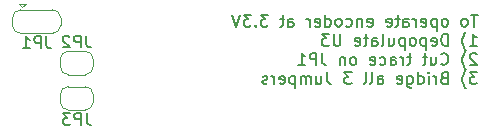
<source format=gbr>
%TF.GenerationSoftware,KiCad,Pcbnew,7.0.2-0*%
%TF.CreationDate,2023-12-18T16:01:05-05:00*%
%TF.ProjectId,AirCar-Proto,41697243-6172-42d5-9072-6f746f2e6b69,rev?*%
%TF.SameCoordinates,Original*%
%TF.FileFunction,Legend,Bot*%
%TF.FilePolarity,Positive*%
%FSLAX46Y46*%
G04 Gerber Fmt 4.6, Leading zero omitted, Abs format (unit mm)*
G04 Created by KiCad (PCBNEW 7.0.2-0) date 2023-12-18 16:01:05*
%MOMM*%
%LPD*%
G01*
G04 APERTURE LIST*
%ADD10C,0.150000*%
%ADD11C,0.120000*%
G04 APERTURE END LIST*
D10*
X142724761Y-81587619D02*
X142153333Y-81587619D01*
X142439047Y-82587619D02*
X142439047Y-81587619D01*
X141677142Y-82587619D02*
X141772380Y-82540000D01*
X141772380Y-82540000D02*
X141819999Y-82492380D01*
X141819999Y-82492380D02*
X141867618Y-82397142D01*
X141867618Y-82397142D02*
X141867618Y-82111428D01*
X141867618Y-82111428D02*
X141819999Y-82016190D01*
X141819999Y-82016190D02*
X141772380Y-81968571D01*
X141772380Y-81968571D02*
X141677142Y-81920952D01*
X141677142Y-81920952D02*
X141534285Y-81920952D01*
X141534285Y-81920952D02*
X141439047Y-81968571D01*
X141439047Y-81968571D02*
X141391428Y-82016190D01*
X141391428Y-82016190D02*
X141343809Y-82111428D01*
X141343809Y-82111428D02*
X141343809Y-82397142D01*
X141343809Y-82397142D02*
X141391428Y-82492380D01*
X141391428Y-82492380D02*
X141439047Y-82540000D01*
X141439047Y-82540000D02*
X141534285Y-82587619D01*
X141534285Y-82587619D02*
X141677142Y-82587619D01*
X140010475Y-82587619D02*
X140105713Y-82540000D01*
X140105713Y-82540000D02*
X140153332Y-82492380D01*
X140153332Y-82492380D02*
X140200951Y-82397142D01*
X140200951Y-82397142D02*
X140200951Y-82111428D01*
X140200951Y-82111428D02*
X140153332Y-82016190D01*
X140153332Y-82016190D02*
X140105713Y-81968571D01*
X140105713Y-81968571D02*
X140010475Y-81920952D01*
X140010475Y-81920952D02*
X139867618Y-81920952D01*
X139867618Y-81920952D02*
X139772380Y-81968571D01*
X139772380Y-81968571D02*
X139724761Y-82016190D01*
X139724761Y-82016190D02*
X139677142Y-82111428D01*
X139677142Y-82111428D02*
X139677142Y-82397142D01*
X139677142Y-82397142D02*
X139724761Y-82492380D01*
X139724761Y-82492380D02*
X139772380Y-82540000D01*
X139772380Y-82540000D02*
X139867618Y-82587619D01*
X139867618Y-82587619D02*
X140010475Y-82587619D01*
X139248570Y-81920952D02*
X139248570Y-82920952D01*
X139248570Y-81968571D02*
X139153332Y-81920952D01*
X139153332Y-81920952D02*
X138962856Y-81920952D01*
X138962856Y-81920952D02*
X138867618Y-81968571D01*
X138867618Y-81968571D02*
X138819999Y-82016190D01*
X138819999Y-82016190D02*
X138772380Y-82111428D01*
X138772380Y-82111428D02*
X138772380Y-82397142D01*
X138772380Y-82397142D02*
X138819999Y-82492380D01*
X138819999Y-82492380D02*
X138867618Y-82540000D01*
X138867618Y-82540000D02*
X138962856Y-82587619D01*
X138962856Y-82587619D02*
X139153332Y-82587619D01*
X139153332Y-82587619D02*
X139248570Y-82540000D01*
X137962856Y-82540000D02*
X138058094Y-82587619D01*
X138058094Y-82587619D02*
X138248570Y-82587619D01*
X138248570Y-82587619D02*
X138343808Y-82540000D01*
X138343808Y-82540000D02*
X138391427Y-82444761D01*
X138391427Y-82444761D02*
X138391427Y-82063809D01*
X138391427Y-82063809D02*
X138343808Y-81968571D01*
X138343808Y-81968571D02*
X138248570Y-81920952D01*
X138248570Y-81920952D02*
X138058094Y-81920952D01*
X138058094Y-81920952D02*
X137962856Y-81968571D01*
X137962856Y-81968571D02*
X137915237Y-82063809D01*
X137915237Y-82063809D02*
X137915237Y-82159047D01*
X137915237Y-82159047D02*
X138391427Y-82254285D01*
X137486665Y-82587619D02*
X137486665Y-81920952D01*
X137486665Y-82111428D02*
X137439046Y-82016190D01*
X137439046Y-82016190D02*
X137391427Y-81968571D01*
X137391427Y-81968571D02*
X137296189Y-81920952D01*
X137296189Y-81920952D02*
X137200951Y-81920952D01*
X136439046Y-82587619D02*
X136439046Y-82063809D01*
X136439046Y-82063809D02*
X136486665Y-81968571D01*
X136486665Y-81968571D02*
X136581903Y-81920952D01*
X136581903Y-81920952D02*
X136772379Y-81920952D01*
X136772379Y-81920952D02*
X136867617Y-81968571D01*
X136439046Y-82540000D02*
X136534284Y-82587619D01*
X136534284Y-82587619D02*
X136772379Y-82587619D01*
X136772379Y-82587619D02*
X136867617Y-82540000D01*
X136867617Y-82540000D02*
X136915236Y-82444761D01*
X136915236Y-82444761D02*
X136915236Y-82349523D01*
X136915236Y-82349523D02*
X136867617Y-82254285D01*
X136867617Y-82254285D02*
X136772379Y-82206666D01*
X136772379Y-82206666D02*
X136534284Y-82206666D01*
X136534284Y-82206666D02*
X136439046Y-82159047D01*
X136105712Y-81920952D02*
X135724760Y-81920952D01*
X135962855Y-81587619D02*
X135962855Y-82444761D01*
X135962855Y-82444761D02*
X135915236Y-82540000D01*
X135915236Y-82540000D02*
X135819998Y-82587619D01*
X135819998Y-82587619D02*
X135724760Y-82587619D01*
X135010474Y-82540000D02*
X135105712Y-82587619D01*
X135105712Y-82587619D02*
X135296188Y-82587619D01*
X135296188Y-82587619D02*
X135391426Y-82540000D01*
X135391426Y-82540000D02*
X135439045Y-82444761D01*
X135439045Y-82444761D02*
X135439045Y-82063809D01*
X135439045Y-82063809D02*
X135391426Y-81968571D01*
X135391426Y-81968571D02*
X135296188Y-81920952D01*
X135296188Y-81920952D02*
X135105712Y-81920952D01*
X135105712Y-81920952D02*
X135010474Y-81968571D01*
X135010474Y-81968571D02*
X134962855Y-82063809D01*
X134962855Y-82063809D02*
X134962855Y-82159047D01*
X134962855Y-82159047D02*
X135439045Y-82254285D01*
X133391426Y-82540000D02*
X133486664Y-82587619D01*
X133486664Y-82587619D02*
X133677140Y-82587619D01*
X133677140Y-82587619D02*
X133772378Y-82540000D01*
X133772378Y-82540000D02*
X133819997Y-82444761D01*
X133819997Y-82444761D02*
X133819997Y-82063809D01*
X133819997Y-82063809D02*
X133772378Y-81968571D01*
X133772378Y-81968571D02*
X133677140Y-81920952D01*
X133677140Y-81920952D02*
X133486664Y-81920952D01*
X133486664Y-81920952D02*
X133391426Y-81968571D01*
X133391426Y-81968571D02*
X133343807Y-82063809D01*
X133343807Y-82063809D02*
X133343807Y-82159047D01*
X133343807Y-82159047D02*
X133819997Y-82254285D01*
X132915235Y-81920952D02*
X132915235Y-82587619D01*
X132915235Y-82016190D02*
X132867616Y-81968571D01*
X132867616Y-81968571D02*
X132772378Y-81920952D01*
X132772378Y-81920952D02*
X132629521Y-81920952D01*
X132629521Y-81920952D02*
X132534283Y-81968571D01*
X132534283Y-81968571D02*
X132486664Y-82063809D01*
X132486664Y-82063809D02*
X132486664Y-82587619D01*
X131581902Y-82540000D02*
X131677140Y-82587619D01*
X131677140Y-82587619D02*
X131867616Y-82587619D01*
X131867616Y-82587619D02*
X131962854Y-82540000D01*
X131962854Y-82540000D02*
X132010473Y-82492380D01*
X132010473Y-82492380D02*
X132058092Y-82397142D01*
X132058092Y-82397142D02*
X132058092Y-82111428D01*
X132058092Y-82111428D02*
X132010473Y-82016190D01*
X132010473Y-82016190D02*
X131962854Y-81968571D01*
X131962854Y-81968571D02*
X131867616Y-81920952D01*
X131867616Y-81920952D02*
X131677140Y-81920952D01*
X131677140Y-81920952D02*
X131581902Y-81968571D01*
X131010473Y-82587619D02*
X131105711Y-82540000D01*
X131105711Y-82540000D02*
X131153330Y-82492380D01*
X131153330Y-82492380D02*
X131200949Y-82397142D01*
X131200949Y-82397142D02*
X131200949Y-82111428D01*
X131200949Y-82111428D02*
X131153330Y-82016190D01*
X131153330Y-82016190D02*
X131105711Y-81968571D01*
X131105711Y-81968571D02*
X131010473Y-81920952D01*
X131010473Y-81920952D02*
X130867616Y-81920952D01*
X130867616Y-81920952D02*
X130772378Y-81968571D01*
X130772378Y-81968571D02*
X130724759Y-82016190D01*
X130724759Y-82016190D02*
X130677140Y-82111428D01*
X130677140Y-82111428D02*
X130677140Y-82397142D01*
X130677140Y-82397142D02*
X130724759Y-82492380D01*
X130724759Y-82492380D02*
X130772378Y-82540000D01*
X130772378Y-82540000D02*
X130867616Y-82587619D01*
X130867616Y-82587619D02*
X131010473Y-82587619D01*
X129819997Y-82587619D02*
X129819997Y-81587619D01*
X129819997Y-82540000D02*
X129915235Y-82587619D01*
X129915235Y-82587619D02*
X130105711Y-82587619D01*
X130105711Y-82587619D02*
X130200949Y-82540000D01*
X130200949Y-82540000D02*
X130248568Y-82492380D01*
X130248568Y-82492380D02*
X130296187Y-82397142D01*
X130296187Y-82397142D02*
X130296187Y-82111428D01*
X130296187Y-82111428D02*
X130248568Y-82016190D01*
X130248568Y-82016190D02*
X130200949Y-81968571D01*
X130200949Y-81968571D02*
X130105711Y-81920952D01*
X130105711Y-81920952D02*
X129915235Y-81920952D01*
X129915235Y-81920952D02*
X129819997Y-81968571D01*
X128962854Y-82540000D02*
X129058092Y-82587619D01*
X129058092Y-82587619D02*
X129248568Y-82587619D01*
X129248568Y-82587619D02*
X129343806Y-82540000D01*
X129343806Y-82540000D02*
X129391425Y-82444761D01*
X129391425Y-82444761D02*
X129391425Y-82063809D01*
X129391425Y-82063809D02*
X129343806Y-81968571D01*
X129343806Y-81968571D02*
X129248568Y-81920952D01*
X129248568Y-81920952D02*
X129058092Y-81920952D01*
X129058092Y-81920952D02*
X128962854Y-81968571D01*
X128962854Y-81968571D02*
X128915235Y-82063809D01*
X128915235Y-82063809D02*
X128915235Y-82159047D01*
X128915235Y-82159047D02*
X129391425Y-82254285D01*
X128486663Y-82587619D02*
X128486663Y-81920952D01*
X128486663Y-82111428D02*
X128439044Y-82016190D01*
X128439044Y-82016190D02*
X128391425Y-81968571D01*
X128391425Y-81968571D02*
X128296187Y-81920952D01*
X128296187Y-81920952D02*
X128200949Y-81920952D01*
X126677139Y-82587619D02*
X126677139Y-82063809D01*
X126677139Y-82063809D02*
X126724758Y-81968571D01*
X126724758Y-81968571D02*
X126819996Y-81920952D01*
X126819996Y-81920952D02*
X127010472Y-81920952D01*
X127010472Y-81920952D02*
X127105710Y-81968571D01*
X126677139Y-82540000D02*
X126772377Y-82587619D01*
X126772377Y-82587619D02*
X127010472Y-82587619D01*
X127010472Y-82587619D02*
X127105710Y-82540000D01*
X127105710Y-82540000D02*
X127153329Y-82444761D01*
X127153329Y-82444761D02*
X127153329Y-82349523D01*
X127153329Y-82349523D02*
X127105710Y-82254285D01*
X127105710Y-82254285D02*
X127010472Y-82206666D01*
X127010472Y-82206666D02*
X126772377Y-82206666D01*
X126772377Y-82206666D02*
X126677139Y-82159047D01*
X126343805Y-81920952D02*
X125962853Y-81920952D01*
X126200948Y-81587619D02*
X126200948Y-82444761D01*
X126200948Y-82444761D02*
X126153329Y-82540000D01*
X126153329Y-82540000D02*
X126058091Y-82587619D01*
X126058091Y-82587619D02*
X125962853Y-82587619D01*
X124962852Y-81587619D02*
X124343805Y-81587619D01*
X124343805Y-81587619D02*
X124677138Y-81968571D01*
X124677138Y-81968571D02*
X124534281Y-81968571D01*
X124534281Y-81968571D02*
X124439043Y-82016190D01*
X124439043Y-82016190D02*
X124391424Y-82063809D01*
X124391424Y-82063809D02*
X124343805Y-82159047D01*
X124343805Y-82159047D02*
X124343805Y-82397142D01*
X124343805Y-82397142D02*
X124391424Y-82492380D01*
X124391424Y-82492380D02*
X124439043Y-82540000D01*
X124439043Y-82540000D02*
X124534281Y-82587619D01*
X124534281Y-82587619D02*
X124819995Y-82587619D01*
X124819995Y-82587619D02*
X124915233Y-82540000D01*
X124915233Y-82540000D02*
X124962852Y-82492380D01*
X123915233Y-82492380D02*
X123867614Y-82540000D01*
X123867614Y-82540000D02*
X123915233Y-82587619D01*
X123915233Y-82587619D02*
X123962852Y-82540000D01*
X123962852Y-82540000D02*
X123915233Y-82492380D01*
X123915233Y-82492380D02*
X123915233Y-82587619D01*
X123534281Y-81587619D02*
X122915234Y-81587619D01*
X122915234Y-81587619D02*
X123248567Y-81968571D01*
X123248567Y-81968571D02*
X123105710Y-81968571D01*
X123105710Y-81968571D02*
X123010472Y-82016190D01*
X123010472Y-82016190D02*
X122962853Y-82063809D01*
X122962853Y-82063809D02*
X122915234Y-82159047D01*
X122915234Y-82159047D02*
X122915234Y-82397142D01*
X122915234Y-82397142D02*
X122962853Y-82492380D01*
X122962853Y-82492380D02*
X123010472Y-82540000D01*
X123010472Y-82540000D02*
X123105710Y-82587619D01*
X123105710Y-82587619D02*
X123391424Y-82587619D01*
X123391424Y-82587619D02*
X123486662Y-82540000D01*
X123486662Y-82540000D02*
X123534281Y-82492380D01*
X122629519Y-81587619D02*
X122296186Y-82587619D01*
X122296186Y-82587619D02*
X121962853Y-81587619D01*
X142058095Y-84207619D02*
X142629523Y-84207619D01*
X142343809Y-84207619D02*
X142343809Y-83207619D01*
X142343809Y-83207619D02*
X142439047Y-83350476D01*
X142439047Y-83350476D02*
X142534285Y-83445714D01*
X142534285Y-83445714D02*
X142629523Y-83493333D01*
X141724761Y-84588571D02*
X141677142Y-84540952D01*
X141677142Y-84540952D02*
X141581904Y-84398095D01*
X141581904Y-84398095D02*
X141534285Y-84302857D01*
X141534285Y-84302857D02*
X141486666Y-84160000D01*
X141486666Y-84160000D02*
X141439047Y-83921904D01*
X141439047Y-83921904D02*
X141439047Y-83731428D01*
X141439047Y-83731428D02*
X141486666Y-83493333D01*
X141486666Y-83493333D02*
X141534285Y-83350476D01*
X141534285Y-83350476D02*
X141581904Y-83255238D01*
X141581904Y-83255238D02*
X141677142Y-83112380D01*
X141677142Y-83112380D02*
X141724761Y-83064761D01*
X140200951Y-84207619D02*
X140200951Y-83207619D01*
X140200951Y-83207619D02*
X139962856Y-83207619D01*
X139962856Y-83207619D02*
X139819999Y-83255238D01*
X139819999Y-83255238D02*
X139724761Y-83350476D01*
X139724761Y-83350476D02*
X139677142Y-83445714D01*
X139677142Y-83445714D02*
X139629523Y-83636190D01*
X139629523Y-83636190D02*
X139629523Y-83779047D01*
X139629523Y-83779047D02*
X139677142Y-83969523D01*
X139677142Y-83969523D02*
X139724761Y-84064761D01*
X139724761Y-84064761D02*
X139819999Y-84160000D01*
X139819999Y-84160000D02*
X139962856Y-84207619D01*
X139962856Y-84207619D02*
X140200951Y-84207619D01*
X138819999Y-84160000D02*
X138915237Y-84207619D01*
X138915237Y-84207619D02*
X139105713Y-84207619D01*
X139105713Y-84207619D02*
X139200951Y-84160000D01*
X139200951Y-84160000D02*
X139248570Y-84064761D01*
X139248570Y-84064761D02*
X139248570Y-83683809D01*
X139248570Y-83683809D02*
X139200951Y-83588571D01*
X139200951Y-83588571D02*
X139105713Y-83540952D01*
X139105713Y-83540952D02*
X138915237Y-83540952D01*
X138915237Y-83540952D02*
X138819999Y-83588571D01*
X138819999Y-83588571D02*
X138772380Y-83683809D01*
X138772380Y-83683809D02*
X138772380Y-83779047D01*
X138772380Y-83779047D02*
X139248570Y-83874285D01*
X138343808Y-83540952D02*
X138343808Y-84540952D01*
X138343808Y-83588571D02*
X138248570Y-83540952D01*
X138248570Y-83540952D02*
X138058094Y-83540952D01*
X138058094Y-83540952D02*
X137962856Y-83588571D01*
X137962856Y-83588571D02*
X137915237Y-83636190D01*
X137915237Y-83636190D02*
X137867618Y-83731428D01*
X137867618Y-83731428D02*
X137867618Y-84017142D01*
X137867618Y-84017142D02*
X137915237Y-84112380D01*
X137915237Y-84112380D02*
X137962856Y-84160000D01*
X137962856Y-84160000D02*
X138058094Y-84207619D01*
X138058094Y-84207619D02*
X138248570Y-84207619D01*
X138248570Y-84207619D02*
X138343808Y-84160000D01*
X137296189Y-84207619D02*
X137391427Y-84160000D01*
X137391427Y-84160000D02*
X137439046Y-84112380D01*
X137439046Y-84112380D02*
X137486665Y-84017142D01*
X137486665Y-84017142D02*
X137486665Y-83731428D01*
X137486665Y-83731428D02*
X137439046Y-83636190D01*
X137439046Y-83636190D02*
X137391427Y-83588571D01*
X137391427Y-83588571D02*
X137296189Y-83540952D01*
X137296189Y-83540952D02*
X137153332Y-83540952D01*
X137153332Y-83540952D02*
X137058094Y-83588571D01*
X137058094Y-83588571D02*
X137010475Y-83636190D01*
X137010475Y-83636190D02*
X136962856Y-83731428D01*
X136962856Y-83731428D02*
X136962856Y-84017142D01*
X136962856Y-84017142D02*
X137010475Y-84112380D01*
X137010475Y-84112380D02*
X137058094Y-84160000D01*
X137058094Y-84160000D02*
X137153332Y-84207619D01*
X137153332Y-84207619D02*
X137296189Y-84207619D01*
X136534284Y-83540952D02*
X136534284Y-84540952D01*
X136534284Y-83588571D02*
X136439046Y-83540952D01*
X136439046Y-83540952D02*
X136248570Y-83540952D01*
X136248570Y-83540952D02*
X136153332Y-83588571D01*
X136153332Y-83588571D02*
X136105713Y-83636190D01*
X136105713Y-83636190D02*
X136058094Y-83731428D01*
X136058094Y-83731428D02*
X136058094Y-84017142D01*
X136058094Y-84017142D02*
X136105713Y-84112380D01*
X136105713Y-84112380D02*
X136153332Y-84160000D01*
X136153332Y-84160000D02*
X136248570Y-84207619D01*
X136248570Y-84207619D02*
X136439046Y-84207619D01*
X136439046Y-84207619D02*
X136534284Y-84160000D01*
X135200951Y-83540952D02*
X135200951Y-84207619D01*
X135629522Y-83540952D02*
X135629522Y-84064761D01*
X135629522Y-84064761D02*
X135581903Y-84160000D01*
X135581903Y-84160000D02*
X135486665Y-84207619D01*
X135486665Y-84207619D02*
X135343808Y-84207619D01*
X135343808Y-84207619D02*
X135248570Y-84160000D01*
X135248570Y-84160000D02*
X135200951Y-84112380D01*
X134581903Y-84207619D02*
X134677141Y-84160000D01*
X134677141Y-84160000D02*
X134724760Y-84064761D01*
X134724760Y-84064761D02*
X134724760Y-83207619D01*
X133772379Y-84207619D02*
X133772379Y-83683809D01*
X133772379Y-83683809D02*
X133819998Y-83588571D01*
X133819998Y-83588571D02*
X133915236Y-83540952D01*
X133915236Y-83540952D02*
X134105712Y-83540952D01*
X134105712Y-83540952D02*
X134200950Y-83588571D01*
X133772379Y-84160000D02*
X133867617Y-84207619D01*
X133867617Y-84207619D02*
X134105712Y-84207619D01*
X134105712Y-84207619D02*
X134200950Y-84160000D01*
X134200950Y-84160000D02*
X134248569Y-84064761D01*
X134248569Y-84064761D02*
X134248569Y-83969523D01*
X134248569Y-83969523D02*
X134200950Y-83874285D01*
X134200950Y-83874285D02*
X134105712Y-83826666D01*
X134105712Y-83826666D02*
X133867617Y-83826666D01*
X133867617Y-83826666D02*
X133772379Y-83779047D01*
X133439045Y-83540952D02*
X133058093Y-83540952D01*
X133296188Y-83207619D02*
X133296188Y-84064761D01*
X133296188Y-84064761D02*
X133248569Y-84160000D01*
X133248569Y-84160000D02*
X133153331Y-84207619D01*
X133153331Y-84207619D02*
X133058093Y-84207619D01*
X132343807Y-84160000D02*
X132439045Y-84207619D01*
X132439045Y-84207619D02*
X132629521Y-84207619D01*
X132629521Y-84207619D02*
X132724759Y-84160000D01*
X132724759Y-84160000D02*
X132772378Y-84064761D01*
X132772378Y-84064761D02*
X132772378Y-83683809D01*
X132772378Y-83683809D02*
X132724759Y-83588571D01*
X132724759Y-83588571D02*
X132629521Y-83540952D01*
X132629521Y-83540952D02*
X132439045Y-83540952D01*
X132439045Y-83540952D02*
X132343807Y-83588571D01*
X132343807Y-83588571D02*
X132296188Y-83683809D01*
X132296188Y-83683809D02*
X132296188Y-83779047D01*
X132296188Y-83779047D02*
X132772378Y-83874285D01*
X131105711Y-83207619D02*
X131105711Y-84017142D01*
X131105711Y-84017142D02*
X131058092Y-84112380D01*
X131058092Y-84112380D02*
X131010473Y-84160000D01*
X131010473Y-84160000D02*
X130915235Y-84207619D01*
X130915235Y-84207619D02*
X130724759Y-84207619D01*
X130724759Y-84207619D02*
X130629521Y-84160000D01*
X130629521Y-84160000D02*
X130581902Y-84112380D01*
X130581902Y-84112380D02*
X130534283Y-84017142D01*
X130534283Y-84017142D02*
X130534283Y-83207619D01*
X130153330Y-83207619D02*
X129534283Y-83207619D01*
X129534283Y-83207619D02*
X129867616Y-83588571D01*
X129867616Y-83588571D02*
X129724759Y-83588571D01*
X129724759Y-83588571D02*
X129629521Y-83636190D01*
X129629521Y-83636190D02*
X129581902Y-83683809D01*
X129581902Y-83683809D02*
X129534283Y-83779047D01*
X129534283Y-83779047D02*
X129534283Y-84017142D01*
X129534283Y-84017142D02*
X129581902Y-84112380D01*
X129581902Y-84112380D02*
X129629521Y-84160000D01*
X129629521Y-84160000D02*
X129724759Y-84207619D01*
X129724759Y-84207619D02*
X130010473Y-84207619D01*
X130010473Y-84207619D02*
X130105711Y-84160000D01*
X130105711Y-84160000D02*
X130153330Y-84112380D01*
X142629523Y-84922857D02*
X142581904Y-84875238D01*
X142581904Y-84875238D02*
X142486666Y-84827619D01*
X142486666Y-84827619D02*
X142248571Y-84827619D01*
X142248571Y-84827619D02*
X142153333Y-84875238D01*
X142153333Y-84875238D02*
X142105714Y-84922857D01*
X142105714Y-84922857D02*
X142058095Y-85018095D01*
X142058095Y-85018095D02*
X142058095Y-85113333D01*
X142058095Y-85113333D02*
X142105714Y-85256190D01*
X142105714Y-85256190D02*
X142677142Y-85827619D01*
X142677142Y-85827619D02*
X142058095Y-85827619D01*
X141724761Y-86208571D02*
X141677142Y-86160952D01*
X141677142Y-86160952D02*
X141581904Y-86018095D01*
X141581904Y-86018095D02*
X141534285Y-85922857D01*
X141534285Y-85922857D02*
X141486666Y-85780000D01*
X141486666Y-85780000D02*
X141439047Y-85541904D01*
X141439047Y-85541904D02*
X141439047Y-85351428D01*
X141439047Y-85351428D02*
X141486666Y-85113333D01*
X141486666Y-85113333D02*
X141534285Y-84970476D01*
X141534285Y-84970476D02*
X141581904Y-84875238D01*
X141581904Y-84875238D02*
X141677142Y-84732380D01*
X141677142Y-84732380D02*
X141724761Y-84684761D01*
X139629523Y-85732380D02*
X139677142Y-85780000D01*
X139677142Y-85780000D02*
X139819999Y-85827619D01*
X139819999Y-85827619D02*
X139915237Y-85827619D01*
X139915237Y-85827619D02*
X140058094Y-85780000D01*
X140058094Y-85780000D02*
X140153332Y-85684761D01*
X140153332Y-85684761D02*
X140200951Y-85589523D01*
X140200951Y-85589523D02*
X140248570Y-85399047D01*
X140248570Y-85399047D02*
X140248570Y-85256190D01*
X140248570Y-85256190D02*
X140200951Y-85065714D01*
X140200951Y-85065714D02*
X140153332Y-84970476D01*
X140153332Y-84970476D02*
X140058094Y-84875238D01*
X140058094Y-84875238D02*
X139915237Y-84827619D01*
X139915237Y-84827619D02*
X139819999Y-84827619D01*
X139819999Y-84827619D02*
X139677142Y-84875238D01*
X139677142Y-84875238D02*
X139629523Y-84922857D01*
X138772380Y-85160952D02*
X138772380Y-85827619D01*
X139200951Y-85160952D02*
X139200951Y-85684761D01*
X139200951Y-85684761D02*
X139153332Y-85780000D01*
X139153332Y-85780000D02*
X139058094Y-85827619D01*
X139058094Y-85827619D02*
X138915237Y-85827619D01*
X138915237Y-85827619D02*
X138819999Y-85780000D01*
X138819999Y-85780000D02*
X138772380Y-85732380D01*
X138439046Y-85160952D02*
X138058094Y-85160952D01*
X138296189Y-84827619D02*
X138296189Y-85684761D01*
X138296189Y-85684761D02*
X138248570Y-85780000D01*
X138248570Y-85780000D02*
X138153332Y-85827619D01*
X138153332Y-85827619D02*
X138058094Y-85827619D01*
X137105712Y-85160952D02*
X136724760Y-85160952D01*
X136962855Y-84827619D02*
X136962855Y-85684761D01*
X136962855Y-85684761D02*
X136915236Y-85780000D01*
X136915236Y-85780000D02*
X136819998Y-85827619D01*
X136819998Y-85827619D02*
X136724760Y-85827619D01*
X136391426Y-85827619D02*
X136391426Y-85160952D01*
X136391426Y-85351428D02*
X136343807Y-85256190D01*
X136343807Y-85256190D02*
X136296188Y-85208571D01*
X136296188Y-85208571D02*
X136200950Y-85160952D01*
X136200950Y-85160952D02*
X136105712Y-85160952D01*
X135343807Y-85827619D02*
X135343807Y-85303809D01*
X135343807Y-85303809D02*
X135391426Y-85208571D01*
X135391426Y-85208571D02*
X135486664Y-85160952D01*
X135486664Y-85160952D02*
X135677140Y-85160952D01*
X135677140Y-85160952D02*
X135772378Y-85208571D01*
X135343807Y-85780000D02*
X135439045Y-85827619D01*
X135439045Y-85827619D02*
X135677140Y-85827619D01*
X135677140Y-85827619D02*
X135772378Y-85780000D01*
X135772378Y-85780000D02*
X135819997Y-85684761D01*
X135819997Y-85684761D02*
X135819997Y-85589523D01*
X135819997Y-85589523D02*
X135772378Y-85494285D01*
X135772378Y-85494285D02*
X135677140Y-85446666D01*
X135677140Y-85446666D02*
X135439045Y-85446666D01*
X135439045Y-85446666D02*
X135343807Y-85399047D01*
X134439045Y-85780000D02*
X134534283Y-85827619D01*
X134534283Y-85827619D02*
X134724759Y-85827619D01*
X134724759Y-85827619D02*
X134819997Y-85780000D01*
X134819997Y-85780000D02*
X134867616Y-85732380D01*
X134867616Y-85732380D02*
X134915235Y-85637142D01*
X134915235Y-85637142D02*
X134915235Y-85351428D01*
X134915235Y-85351428D02*
X134867616Y-85256190D01*
X134867616Y-85256190D02*
X134819997Y-85208571D01*
X134819997Y-85208571D02*
X134724759Y-85160952D01*
X134724759Y-85160952D02*
X134534283Y-85160952D01*
X134534283Y-85160952D02*
X134439045Y-85208571D01*
X133629521Y-85780000D02*
X133724759Y-85827619D01*
X133724759Y-85827619D02*
X133915235Y-85827619D01*
X133915235Y-85827619D02*
X134010473Y-85780000D01*
X134010473Y-85780000D02*
X134058092Y-85684761D01*
X134058092Y-85684761D02*
X134058092Y-85303809D01*
X134058092Y-85303809D02*
X134010473Y-85208571D01*
X134010473Y-85208571D02*
X133915235Y-85160952D01*
X133915235Y-85160952D02*
X133724759Y-85160952D01*
X133724759Y-85160952D02*
X133629521Y-85208571D01*
X133629521Y-85208571D02*
X133581902Y-85303809D01*
X133581902Y-85303809D02*
X133581902Y-85399047D01*
X133581902Y-85399047D02*
X134058092Y-85494285D01*
X132248568Y-85827619D02*
X132343806Y-85780000D01*
X132343806Y-85780000D02*
X132391425Y-85732380D01*
X132391425Y-85732380D02*
X132439044Y-85637142D01*
X132439044Y-85637142D02*
X132439044Y-85351428D01*
X132439044Y-85351428D02*
X132391425Y-85256190D01*
X132391425Y-85256190D02*
X132343806Y-85208571D01*
X132343806Y-85208571D02*
X132248568Y-85160952D01*
X132248568Y-85160952D02*
X132105711Y-85160952D01*
X132105711Y-85160952D02*
X132010473Y-85208571D01*
X132010473Y-85208571D02*
X131962854Y-85256190D01*
X131962854Y-85256190D02*
X131915235Y-85351428D01*
X131915235Y-85351428D02*
X131915235Y-85637142D01*
X131915235Y-85637142D02*
X131962854Y-85732380D01*
X131962854Y-85732380D02*
X132010473Y-85780000D01*
X132010473Y-85780000D02*
X132105711Y-85827619D01*
X132105711Y-85827619D02*
X132248568Y-85827619D01*
X131486663Y-85160952D02*
X131486663Y-85827619D01*
X131486663Y-85256190D02*
X131439044Y-85208571D01*
X131439044Y-85208571D02*
X131343806Y-85160952D01*
X131343806Y-85160952D02*
X131200949Y-85160952D01*
X131200949Y-85160952D02*
X131105711Y-85208571D01*
X131105711Y-85208571D02*
X131058092Y-85303809D01*
X131058092Y-85303809D02*
X131058092Y-85827619D01*
X129534282Y-84827619D02*
X129534282Y-85541904D01*
X129534282Y-85541904D02*
X129581901Y-85684761D01*
X129581901Y-85684761D02*
X129677139Y-85780000D01*
X129677139Y-85780000D02*
X129819996Y-85827619D01*
X129819996Y-85827619D02*
X129915234Y-85827619D01*
X129058091Y-85827619D02*
X129058091Y-84827619D01*
X129058091Y-84827619D02*
X128677139Y-84827619D01*
X128677139Y-84827619D02*
X128581901Y-84875238D01*
X128581901Y-84875238D02*
X128534282Y-84922857D01*
X128534282Y-84922857D02*
X128486663Y-85018095D01*
X128486663Y-85018095D02*
X128486663Y-85160952D01*
X128486663Y-85160952D02*
X128534282Y-85256190D01*
X128534282Y-85256190D02*
X128581901Y-85303809D01*
X128581901Y-85303809D02*
X128677139Y-85351428D01*
X128677139Y-85351428D02*
X129058091Y-85351428D01*
X127534282Y-85827619D02*
X128105710Y-85827619D01*
X127819996Y-85827619D02*
X127819996Y-84827619D01*
X127819996Y-84827619D02*
X127915234Y-84970476D01*
X127915234Y-84970476D02*
X128010472Y-85065714D01*
X128010472Y-85065714D02*
X128105710Y-85113333D01*
X142677142Y-86447619D02*
X142058095Y-86447619D01*
X142058095Y-86447619D02*
X142391428Y-86828571D01*
X142391428Y-86828571D02*
X142248571Y-86828571D01*
X142248571Y-86828571D02*
X142153333Y-86876190D01*
X142153333Y-86876190D02*
X142105714Y-86923809D01*
X142105714Y-86923809D02*
X142058095Y-87019047D01*
X142058095Y-87019047D02*
X142058095Y-87257142D01*
X142058095Y-87257142D02*
X142105714Y-87352380D01*
X142105714Y-87352380D02*
X142153333Y-87400000D01*
X142153333Y-87400000D02*
X142248571Y-87447619D01*
X142248571Y-87447619D02*
X142534285Y-87447619D01*
X142534285Y-87447619D02*
X142629523Y-87400000D01*
X142629523Y-87400000D02*
X142677142Y-87352380D01*
X141724761Y-87828571D02*
X141677142Y-87780952D01*
X141677142Y-87780952D02*
X141581904Y-87638095D01*
X141581904Y-87638095D02*
X141534285Y-87542857D01*
X141534285Y-87542857D02*
X141486666Y-87400000D01*
X141486666Y-87400000D02*
X141439047Y-87161904D01*
X141439047Y-87161904D02*
X141439047Y-86971428D01*
X141439047Y-86971428D02*
X141486666Y-86733333D01*
X141486666Y-86733333D02*
X141534285Y-86590476D01*
X141534285Y-86590476D02*
X141581904Y-86495238D01*
X141581904Y-86495238D02*
X141677142Y-86352380D01*
X141677142Y-86352380D02*
X141724761Y-86304761D01*
X139867618Y-86923809D02*
X139724761Y-86971428D01*
X139724761Y-86971428D02*
X139677142Y-87019047D01*
X139677142Y-87019047D02*
X139629523Y-87114285D01*
X139629523Y-87114285D02*
X139629523Y-87257142D01*
X139629523Y-87257142D02*
X139677142Y-87352380D01*
X139677142Y-87352380D02*
X139724761Y-87400000D01*
X139724761Y-87400000D02*
X139819999Y-87447619D01*
X139819999Y-87447619D02*
X140200951Y-87447619D01*
X140200951Y-87447619D02*
X140200951Y-86447619D01*
X140200951Y-86447619D02*
X139867618Y-86447619D01*
X139867618Y-86447619D02*
X139772380Y-86495238D01*
X139772380Y-86495238D02*
X139724761Y-86542857D01*
X139724761Y-86542857D02*
X139677142Y-86638095D01*
X139677142Y-86638095D02*
X139677142Y-86733333D01*
X139677142Y-86733333D02*
X139724761Y-86828571D01*
X139724761Y-86828571D02*
X139772380Y-86876190D01*
X139772380Y-86876190D02*
X139867618Y-86923809D01*
X139867618Y-86923809D02*
X140200951Y-86923809D01*
X139200951Y-87447619D02*
X139200951Y-86780952D01*
X139200951Y-86971428D02*
X139153332Y-86876190D01*
X139153332Y-86876190D02*
X139105713Y-86828571D01*
X139105713Y-86828571D02*
X139010475Y-86780952D01*
X139010475Y-86780952D02*
X138915237Y-86780952D01*
X138581903Y-87447619D02*
X138581903Y-86780952D01*
X138581903Y-86447619D02*
X138629522Y-86495238D01*
X138629522Y-86495238D02*
X138581903Y-86542857D01*
X138581903Y-86542857D02*
X138534284Y-86495238D01*
X138534284Y-86495238D02*
X138581903Y-86447619D01*
X138581903Y-86447619D02*
X138581903Y-86542857D01*
X137677142Y-87447619D02*
X137677142Y-86447619D01*
X137677142Y-87400000D02*
X137772380Y-87447619D01*
X137772380Y-87447619D02*
X137962856Y-87447619D01*
X137962856Y-87447619D02*
X138058094Y-87400000D01*
X138058094Y-87400000D02*
X138105713Y-87352380D01*
X138105713Y-87352380D02*
X138153332Y-87257142D01*
X138153332Y-87257142D02*
X138153332Y-86971428D01*
X138153332Y-86971428D02*
X138105713Y-86876190D01*
X138105713Y-86876190D02*
X138058094Y-86828571D01*
X138058094Y-86828571D02*
X137962856Y-86780952D01*
X137962856Y-86780952D02*
X137772380Y-86780952D01*
X137772380Y-86780952D02*
X137677142Y-86828571D01*
X136772380Y-86780952D02*
X136772380Y-87590476D01*
X136772380Y-87590476D02*
X136819999Y-87685714D01*
X136819999Y-87685714D02*
X136867618Y-87733333D01*
X136867618Y-87733333D02*
X136962856Y-87780952D01*
X136962856Y-87780952D02*
X137105713Y-87780952D01*
X137105713Y-87780952D02*
X137200951Y-87733333D01*
X136772380Y-87400000D02*
X136867618Y-87447619D01*
X136867618Y-87447619D02*
X137058094Y-87447619D01*
X137058094Y-87447619D02*
X137153332Y-87400000D01*
X137153332Y-87400000D02*
X137200951Y-87352380D01*
X137200951Y-87352380D02*
X137248570Y-87257142D01*
X137248570Y-87257142D02*
X137248570Y-86971428D01*
X137248570Y-86971428D02*
X137200951Y-86876190D01*
X137200951Y-86876190D02*
X137153332Y-86828571D01*
X137153332Y-86828571D02*
X137058094Y-86780952D01*
X137058094Y-86780952D02*
X136867618Y-86780952D01*
X136867618Y-86780952D02*
X136772380Y-86828571D01*
X135915237Y-87400000D02*
X136010475Y-87447619D01*
X136010475Y-87447619D02*
X136200951Y-87447619D01*
X136200951Y-87447619D02*
X136296189Y-87400000D01*
X136296189Y-87400000D02*
X136343808Y-87304761D01*
X136343808Y-87304761D02*
X136343808Y-86923809D01*
X136343808Y-86923809D02*
X136296189Y-86828571D01*
X136296189Y-86828571D02*
X136200951Y-86780952D01*
X136200951Y-86780952D02*
X136010475Y-86780952D01*
X136010475Y-86780952D02*
X135915237Y-86828571D01*
X135915237Y-86828571D02*
X135867618Y-86923809D01*
X135867618Y-86923809D02*
X135867618Y-87019047D01*
X135867618Y-87019047D02*
X136343808Y-87114285D01*
X134248570Y-87447619D02*
X134248570Y-86923809D01*
X134248570Y-86923809D02*
X134296189Y-86828571D01*
X134296189Y-86828571D02*
X134391427Y-86780952D01*
X134391427Y-86780952D02*
X134581903Y-86780952D01*
X134581903Y-86780952D02*
X134677141Y-86828571D01*
X134248570Y-87400000D02*
X134343808Y-87447619D01*
X134343808Y-87447619D02*
X134581903Y-87447619D01*
X134581903Y-87447619D02*
X134677141Y-87400000D01*
X134677141Y-87400000D02*
X134724760Y-87304761D01*
X134724760Y-87304761D02*
X134724760Y-87209523D01*
X134724760Y-87209523D02*
X134677141Y-87114285D01*
X134677141Y-87114285D02*
X134581903Y-87066666D01*
X134581903Y-87066666D02*
X134343808Y-87066666D01*
X134343808Y-87066666D02*
X134248570Y-87019047D01*
X133629522Y-87447619D02*
X133724760Y-87400000D01*
X133724760Y-87400000D02*
X133772379Y-87304761D01*
X133772379Y-87304761D02*
X133772379Y-86447619D01*
X133105712Y-87447619D02*
X133200950Y-87400000D01*
X133200950Y-87400000D02*
X133248569Y-87304761D01*
X133248569Y-87304761D02*
X133248569Y-86447619D01*
X132058092Y-86447619D02*
X131439045Y-86447619D01*
X131439045Y-86447619D02*
X131772378Y-86828571D01*
X131772378Y-86828571D02*
X131629521Y-86828571D01*
X131629521Y-86828571D02*
X131534283Y-86876190D01*
X131534283Y-86876190D02*
X131486664Y-86923809D01*
X131486664Y-86923809D02*
X131439045Y-87019047D01*
X131439045Y-87019047D02*
X131439045Y-87257142D01*
X131439045Y-87257142D02*
X131486664Y-87352380D01*
X131486664Y-87352380D02*
X131534283Y-87400000D01*
X131534283Y-87400000D02*
X131629521Y-87447619D01*
X131629521Y-87447619D02*
X131915235Y-87447619D01*
X131915235Y-87447619D02*
X132010473Y-87400000D01*
X132010473Y-87400000D02*
X132058092Y-87352380D01*
X129962854Y-86447619D02*
X129962854Y-87161904D01*
X129962854Y-87161904D02*
X130010473Y-87304761D01*
X130010473Y-87304761D02*
X130105711Y-87400000D01*
X130105711Y-87400000D02*
X130248568Y-87447619D01*
X130248568Y-87447619D02*
X130343806Y-87447619D01*
X129058092Y-86780952D02*
X129058092Y-87447619D01*
X129486663Y-86780952D02*
X129486663Y-87304761D01*
X129486663Y-87304761D02*
X129439044Y-87400000D01*
X129439044Y-87400000D02*
X129343806Y-87447619D01*
X129343806Y-87447619D02*
X129200949Y-87447619D01*
X129200949Y-87447619D02*
X129105711Y-87400000D01*
X129105711Y-87400000D02*
X129058092Y-87352380D01*
X128581901Y-87447619D02*
X128581901Y-86780952D01*
X128581901Y-86876190D02*
X128534282Y-86828571D01*
X128534282Y-86828571D02*
X128439044Y-86780952D01*
X128439044Y-86780952D02*
X128296187Y-86780952D01*
X128296187Y-86780952D02*
X128200949Y-86828571D01*
X128200949Y-86828571D02*
X128153330Y-86923809D01*
X128153330Y-86923809D02*
X128153330Y-87447619D01*
X128153330Y-86923809D02*
X128105711Y-86828571D01*
X128105711Y-86828571D02*
X128010473Y-86780952D01*
X128010473Y-86780952D02*
X127867616Y-86780952D01*
X127867616Y-86780952D02*
X127772377Y-86828571D01*
X127772377Y-86828571D02*
X127724758Y-86923809D01*
X127724758Y-86923809D02*
X127724758Y-87447619D01*
X127248568Y-86780952D02*
X127248568Y-87780952D01*
X127248568Y-86828571D02*
X127153330Y-86780952D01*
X127153330Y-86780952D02*
X126962854Y-86780952D01*
X126962854Y-86780952D02*
X126867616Y-86828571D01*
X126867616Y-86828571D02*
X126819997Y-86876190D01*
X126819997Y-86876190D02*
X126772378Y-86971428D01*
X126772378Y-86971428D02*
X126772378Y-87257142D01*
X126772378Y-87257142D02*
X126819997Y-87352380D01*
X126819997Y-87352380D02*
X126867616Y-87400000D01*
X126867616Y-87400000D02*
X126962854Y-87447619D01*
X126962854Y-87447619D02*
X127153330Y-87447619D01*
X127153330Y-87447619D02*
X127248568Y-87400000D01*
X125962854Y-87400000D02*
X126058092Y-87447619D01*
X126058092Y-87447619D02*
X126248568Y-87447619D01*
X126248568Y-87447619D02*
X126343806Y-87400000D01*
X126343806Y-87400000D02*
X126391425Y-87304761D01*
X126391425Y-87304761D02*
X126391425Y-86923809D01*
X126391425Y-86923809D02*
X126343806Y-86828571D01*
X126343806Y-86828571D02*
X126248568Y-86780952D01*
X126248568Y-86780952D02*
X126058092Y-86780952D01*
X126058092Y-86780952D02*
X125962854Y-86828571D01*
X125962854Y-86828571D02*
X125915235Y-86923809D01*
X125915235Y-86923809D02*
X125915235Y-87019047D01*
X125915235Y-87019047D02*
X126391425Y-87114285D01*
X125486663Y-87447619D02*
X125486663Y-86780952D01*
X125486663Y-86971428D02*
X125439044Y-86876190D01*
X125439044Y-86876190D02*
X125391425Y-86828571D01*
X125391425Y-86828571D02*
X125296187Y-86780952D01*
X125296187Y-86780952D02*
X125200949Y-86780952D01*
X124915234Y-87400000D02*
X124819996Y-87447619D01*
X124819996Y-87447619D02*
X124629520Y-87447619D01*
X124629520Y-87447619D02*
X124534282Y-87400000D01*
X124534282Y-87400000D02*
X124486663Y-87304761D01*
X124486663Y-87304761D02*
X124486663Y-87257142D01*
X124486663Y-87257142D02*
X124534282Y-87161904D01*
X124534282Y-87161904D02*
X124629520Y-87114285D01*
X124629520Y-87114285D02*
X124772377Y-87114285D01*
X124772377Y-87114285D02*
X124867615Y-87066666D01*
X124867615Y-87066666D02*
X124915234Y-86971428D01*
X124915234Y-86971428D02*
X124915234Y-86923809D01*
X124915234Y-86923809D02*
X124867615Y-86828571D01*
X124867615Y-86828571D02*
X124772377Y-86780952D01*
X124772377Y-86780952D02*
X124629520Y-86780952D01*
X124629520Y-86780952D02*
X124534282Y-86828571D01*
%TO.C,JP2*%
X109573333Y-83352619D02*
X109573333Y-84066904D01*
X109573333Y-84066904D02*
X109620952Y-84209761D01*
X109620952Y-84209761D02*
X109716190Y-84305000D01*
X109716190Y-84305000D02*
X109859047Y-84352619D01*
X109859047Y-84352619D02*
X109954285Y-84352619D01*
X109097142Y-84352619D02*
X109097142Y-83352619D01*
X109097142Y-83352619D02*
X108716190Y-83352619D01*
X108716190Y-83352619D02*
X108620952Y-83400238D01*
X108620952Y-83400238D02*
X108573333Y-83447857D01*
X108573333Y-83447857D02*
X108525714Y-83543095D01*
X108525714Y-83543095D02*
X108525714Y-83685952D01*
X108525714Y-83685952D02*
X108573333Y-83781190D01*
X108573333Y-83781190D02*
X108620952Y-83828809D01*
X108620952Y-83828809D02*
X108716190Y-83876428D01*
X108716190Y-83876428D02*
X109097142Y-83876428D01*
X108144761Y-83447857D02*
X108097142Y-83400238D01*
X108097142Y-83400238D02*
X108001904Y-83352619D01*
X108001904Y-83352619D02*
X107763809Y-83352619D01*
X107763809Y-83352619D02*
X107668571Y-83400238D01*
X107668571Y-83400238D02*
X107620952Y-83447857D01*
X107620952Y-83447857D02*
X107573333Y-83543095D01*
X107573333Y-83543095D02*
X107573333Y-83638333D01*
X107573333Y-83638333D02*
X107620952Y-83781190D01*
X107620952Y-83781190D02*
X108192380Y-84352619D01*
X108192380Y-84352619D02*
X107573333Y-84352619D01*
%TO.C,JP1*%
X106213333Y-83422619D02*
X106213333Y-84136904D01*
X106213333Y-84136904D02*
X106260952Y-84279761D01*
X106260952Y-84279761D02*
X106356190Y-84375000D01*
X106356190Y-84375000D02*
X106499047Y-84422619D01*
X106499047Y-84422619D02*
X106594285Y-84422619D01*
X105737142Y-84422619D02*
X105737142Y-83422619D01*
X105737142Y-83422619D02*
X105356190Y-83422619D01*
X105356190Y-83422619D02*
X105260952Y-83470238D01*
X105260952Y-83470238D02*
X105213333Y-83517857D01*
X105213333Y-83517857D02*
X105165714Y-83613095D01*
X105165714Y-83613095D02*
X105165714Y-83755952D01*
X105165714Y-83755952D02*
X105213333Y-83851190D01*
X105213333Y-83851190D02*
X105260952Y-83898809D01*
X105260952Y-83898809D02*
X105356190Y-83946428D01*
X105356190Y-83946428D02*
X105737142Y-83946428D01*
X104213333Y-84422619D02*
X104784761Y-84422619D01*
X104499047Y-84422619D02*
X104499047Y-83422619D01*
X104499047Y-83422619D02*
X104594285Y-83565476D01*
X104594285Y-83565476D02*
X104689523Y-83660714D01*
X104689523Y-83660714D02*
X104784761Y-83708333D01*
%TO.C,JP3*%
X109613333Y-89922619D02*
X109613333Y-90636904D01*
X109613333Y-90636904D02*
X109660952Y-90779761D01*
X109660952Y-90779761D02*
X109756190Y-90875000D01*
X109756190Y-90875000D02*
X109899047Y-90922619D01*
X109899047Y-90922619D02*
X109994285Y-90922619D01*
X109137142Y-90922619D02*
X109137142Y-89922619D01*
X109137142Y-89922619D02*
X108756190Y-89922619D01*
X108756190Y-89922619D02*
X108660952Y-89970238D01*
X108660952Y-89970238D02*
X108613333Y-90017857D01*
X108613333Y-90017857D02*
X108565714Y-90113095D01*
X108565714Y-90113095D02*
X108565714Y-90255952D01*
X108565714Y-90255952D02*
X108613333Y-90351190D01*
X108613333Y-90351190D02*
X108660952Y-90398809D01*
X108660952Y-90398809D02*
X108756190Y-90446428D01*
X108756190Y-90446428D02*
X109137142Y-90446428D01*
X108232380Y-89922619D02*
X107613333Y-89922619D01*
X107613333Y-89922619D02*
X107946666Y-90303571D01*
X107946666Y-90303571D02*
X107803809Y-90303571D01*
X107803809Y-90303571D02*
X107708571Y-90351190D01*
X107708571Y-90351190D02*
X107660952Y-90398809D01*
X107660952Y-90398809D02*
X107613333Y-90494047D01*
X107613333Y-90494047D02*
X107613333Y-90732142D01*
X107613333Y-90732142D02*
X107660952Y-90827380D01*
X107660952Y-90827380D02*
X107708571Y-90875000D01*
X107708571Y-90875000D02*
X107803809Y-90922619D01*
X107803809Y-90922619D02*
X108089523Y-90922619D01*
X108089523Y-90922619D02*
X108184761Y-90875000D01*
X108184761Y-90875000D02*
X108232380Y-90827380D01*
D11*
%TO.C,JP2*%
X107380000Y-85360000D02*
X107380000Y-85960000D01*
X108080000Y-86660000D02*
X109480000Y-86660000D01*
X109480000Y-84660000D02*
X108080000Y-84660000D01*
X110180000Y-85960000D02*
X110180000Y-85360000D01*
X108080000Y-84660000D02*
G75*
G03*
X107380000Y-85360000I-1J-699999D01*
G01*
X107380000Y-85960000D02*
G75*
G03*
X108080000Y-86660000I699999J-1D01*
G01*
X110180000Y-85360000D02*
G75*
G03*
X109480000Y-84660000I-700000J0D01*
G01*
X109480000Y-86660000D02*
G75*
G03*
X110180000Y-85960000I0J700000D01*
G01*
%TO.C,JP1*%
X103330000Y-81860000D02*
X103330000Y-82460000D01*
X103880000Y-80660000D02*
X104480000Y-80660000D01*
X103980000Y-83160000D02*
X106780000Y-83160000D01*
X104180000Y-80960000D02*
X103880000Y-80660000D01*
X104180000Y-80960000D02*
X104480000Y-80660000D01*
X106780000Y-81160000D02*
X103980000Y-81160000D01*
X107430000Y-82460000D02*
X107430000Y-81860000D01*
X104030000Y-81160000D02*
G75*
G03*
X103330000Y-81860000I-1J-699999D01*
G01*
X103330000Y-82460000D02*
G75*
G03*
X104030000Y-83160000I699999J-1D01*
G01*
X107430000Y-81860000D02*
G75*
G03*
X106730000Y-81160000I-700000J0D01*
G01*
X106730000Y-83160000D02*
G75*
G03*
X107430000Y-82460000I0J700000D01*
G01*
%TO.C,JP3*%
X107380000Y-88360000D02*
X107380000Y-88960000D01*
X108080000Y-89660000D02*
X109480000Y-89660000D01*
X109480000Y-87660000D02*
X108080000Y-87660000D01*
X110180000Y-88960000D02*
X110180000Y-88360000D01*
X108080000Y-87660000D02*
G75*
G03*
X107380000Y-88360000I-1J-699999D01*
G01*
X107380000Y-88960000D02*
G75*
G03*
X108080000Y-89660000I699999J-1D01*
G01*
X110180000Y-88360000D02*
G75*
G03*
X109480000Y-87660000I-700000J0D01*
G01*
X109480000Y-89660000D02*
G75*
G03*
X110180000Y-88960000I0J700000D01*
G01*
%TD*%
M02*

</source>
